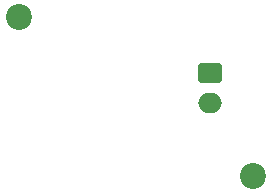
<source format=gbr>
%TF.GenerationSoftware,KiCad,Pcbnew,9.0.6-9.0.6~ubuntu24.04.1*%
%TF.CreationDate,2025-12-28T22:36:24+05:30*%
%TF.ProjectId,led,6c65642e-6b69-4636-9164-5f7063625858,rev?*%
%TF.SameCoordinates,PX87a9010PY4c4b400*%
%TF.FileFunction,Copper,L1,Top*%
%TF.FilePolarity,Positive*%
%FSLAX46Y46*%
G04 Gerber Fmt 4.6, Leading zero omitted, Abs format (unit mm)*
G04 Created by KiCad (PCBNEW 9.0.6-9.0.6~ubuntu24.04.1) date 2025-12-28 22:36:24*
%MOMM*%
%LPD*%
G01*
G04 APERTURE LIST*
G04 Aperture macros list*
%AMRoundRect*
0 Rectangle with rounded corners*
0 $1 Rounding radius*
0 $2 $3 $4 $5 $6 $7 $8 $9 X,Y pos of 4 corners*
0 Add a 4 corners polygon primitive as box body*
4,1,4,$2,$3,$4,$5,$6,$7,$8,$9,$2,$3,0*
0 Add four circle primitives for the rounded corners*
1,1,$1+$1,$2,$3*
1,1,$1+$1,$4,$5*
1,1,$1+$1,$6,$7*
1,1,$1+$1,$8,$9*
0 Add four rect primitives between the rounded corners*
20,1,$1+$1,$2,$3,$4,$5,0*
20,1,$1+$1,$4,$5,$6,$7,0*
20,1,$1+$1,$6,$7,$8,$9,0*
20,1,$1+$1,$8,$9,$2,$3,0*%
G04 Aperture macros list end*
%TA.AperFunction,ComponentPad*%
%ADD10RoundRect,0.250000X-0.750000X0.600000X-0.750000X-0.600000X0.750000X-0.600000X0.750000X0.600000X0*%
%TD*%
%TA.AperFunction,ComponentPad*%
%ADD11O,2.000000X1.700000*%
%TD*%
%TA.AperFunction,ComponentPad*%
%ADD12C,2.200000*%
%TD*%
G04 APERTURE END LIST*
D10*
%TO.P,J1,1,Pin_1*%
%TO.N,GND*%
X-7343750Y12250000D03*
D11*
%TO.P,J1,2,Pin_2*%
%TO.N,VCC*%
X-7343750Y9750000D03*
%TD*%
D12*
%TO.P,H2,*%
%TO.N,*%
X-3703104Y3500000D03*
%TD*%
%TO.P,H1,*%
%TO.N,*%
X-23453104Y16953104D03*
%TD*%
M02*

</source>
